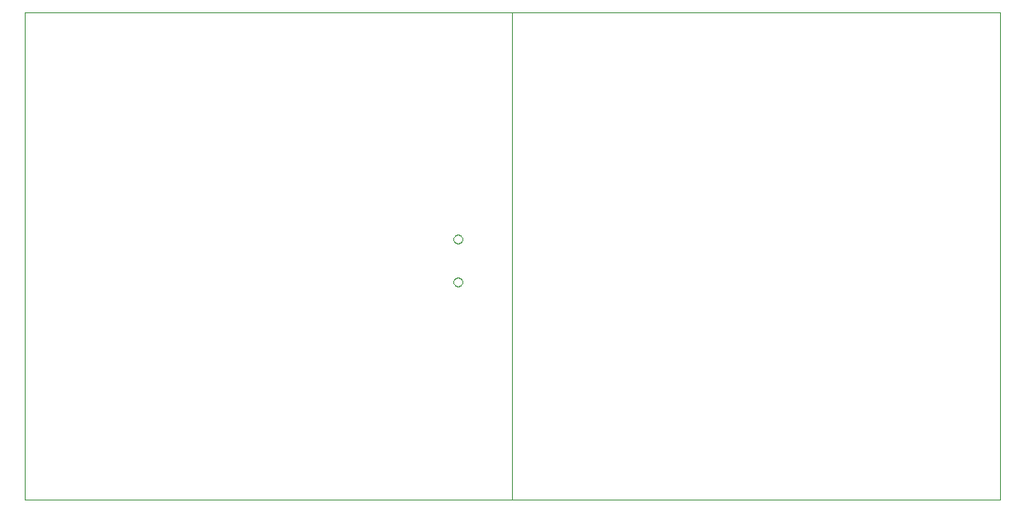
<source format=gbp>
G75*
%MOIN*%
%OFA0B0*%
%FSLAX24Y24*%
%IPPOS*%
%LPD*%
%AMOC8*
5,1,8,0,0,1.08239X$1,22.5*
%
%ADD10C,0.0000*%
D10*
X000650Y000400D02*
X000650Y020085D01*
X020335Y020085D01*
X020335Y000400D01*
X040020Y000400D01*
X040020Y020085D01*
X020335Y020085D01*
X017973Y010924D02*
X017975Y010950D01*
X017981Y010976D01*
X017991Y011001D01*
X018004Y011024D01*
X018020Y011044D01*
X018040Y011062D01*
X018062Y011077D01*
X018085Y011089D01*
X018111Y011097D01*
X018137Y011101D01*
X018163Y011101D01*
X018189Y011097D01*
X018215Y011089D01*
X018239Y011077D01*
X018260Y011062D01*
X018280Y011044D01*
X018296Y011024D01*
X018309Y011001D01*
X018319Y010976D01*
X018325Y010950D01*
X018327Y010924D01*
X018325Y010898D01*
X018319Y010872D01*
X018309Y010847D01*
X018296Y010824D01*
X018280Y010804D01*
X018260Y010786D01*
X018238Y010771D01*
X018215Y010759D01*
X018189Y010751D01*
X018163Y010747D01*
X018137Y010747D01*
X018111Y010751D01*
X018085Y010759D01*
X018061Y010771D01*
X018040Y010786D01*
X018020Y010804D01*
X018004Y010824D01*
X017991Y010847D01*
X017981Y010872D01*
X017975Y010898D01*
X017973Y010924D01*
X017973Y009191D02*
X017975Y009217D01*
X017981Y009243D01*
X017991Y009268D01*
X018004Y009291D01*
X018020Y009311D01*
X018040Y009329D01*
X018062Y009344D01*
X018085Y009356D01*
X018111Y009364D01*
X018137Y009368D01*
X018163Y009368D01*
X018189Y009364D01*
X018215Y009356D01*
X018239Y009344D01*
X018260Y009329D01*
X018280Y009311D01*
X018296Y009291D01*
X018309Y009268D01*
X018319Y009243D01*
X018325Y009217D01*
X018327Y009191D01*
X018325Y009165D01*
X018319Y009139D01*
X018309Y009114D01*
X018296Y009091D01*
X018280Y009071D01*
X018260Y009053D01*
X018238Y009038D01*
X018215Y009026D01*
X018189Y009018D01*
X018163Y009014D01*
X018137Y009014D01*
X018111Y009018D01*
X018085Y009026D01*
X018061Y009038D01*
X018040Y009053D01*
X018020Y009071D01*
X018004Y009091D01*
X017991Y009114D01*
X017981Y009139D01*
X017975Y009165D01*
X017973Y009191D01*
X020335Y000400D02*
X000650Y000400D01*
M02*

</source>
